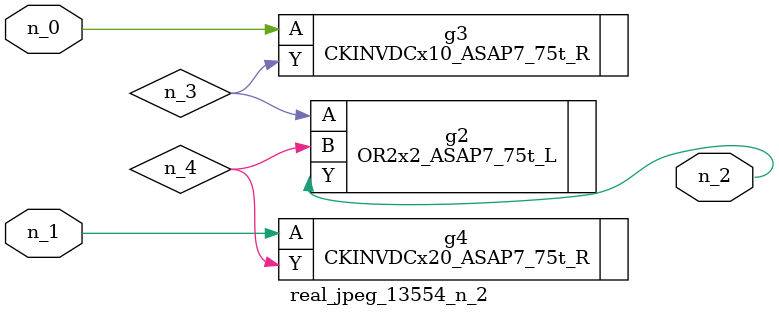
<source format=v>
module real_jpeg_13554_n_2 (n_1, n_0, n_2);

input n_1;
input n_0;

output n_2;

wire n_4;
wire n_3;

CKINVDCx10_ASAP7_75t_R g3 ( 
.A(n_0),
.Y(n_3)
);

CKINVDCx20_ASAP7_75t_R g4 ( 
.A(n_1),
.Y(n_4)
);

OR2x2_ASAP7_75t_L g2 ( 
.A(n_3),
.B(n_4),
.Y(n_2)
);


endmodule
</source>
